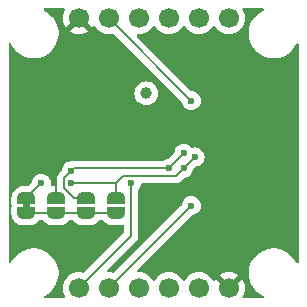
<source format=gbr>
%TF.GenerationSoftware,KiCad,Pcbnew,8.0.7*%
%TF.CreationDate,2025-02-08T23:44:29-05:00*%
%TF.ProjectId,QwiicUART-Board,51776969-6355-4415-9254-2d426f617264,0.0.2*%
%TF.SameCoordinates,PX853a720PY66f2fb0*%
%TF.FileFunction,Copper,L2,Bot*%
%TF.FilePolarity,Positive*%
%FSLAX46Y46*%
G04 Gerber Fmt 4.6, Leading zero omitted, Abs format (unit mm)*
G04 Created by KiCad (PCBNEW 8.0.7) date 2025-02-08 23:44:29*
%MOMM*%
%LPD*%
G01*
G04 APERTURE LIST*
G04 Aperture macros list*
%AMFreePoly0*
4,1,19,0.500000,-0.750000,0.000000,-0.750000,0.000000,-0.744911,-0.071157,-0.744911,-0.207708,-0.704816,-0.327430,-0.627875,-0.420627,-0.520320,-0.479746,-0.390866,-0.500000,-0.250000,-0.500000,0.250000,-0.479746,0.390866,-0.420627,0.520320,-0.327430,0.627875,-0.207708,0.704816,-0.071157,0.744911,0.000000,0.744911,0.000000,0.750000,0.500000,0.750000,0.500000,-0.750000,0.500000,-0.750000,
$1*%
%AMFreePoly1*
4,1,19,0.000000,0.744911,0.071157,0.744911,0.207708,0.704816,0.327430,0.627875,0.420627,0.520320,0.479746,0.390866,0.500000,0.250000,0.500000,-0.250000,0.479746,-0.390866,0.420627,-0.520320,0.327430,-0.627875,0.207708,-0.704816,0.071157,-0.744911,0.000000,-0.744911,0.000000,-0.750000,-0.500000,-0.750000,-0.500000,0.750000,0.000000,0.750000,0.000000,0.744911,0.000000,0.744911,
$1*%
G04 Aperture macros list end*
%TA.AperFunction,EtchedComponent*%
%ADD10C,0.000000*%
%TD*%
%TA.AperFunction,ComponentPad*%
%ADD11C,1.000000*%
%TD*%
%TA.AperFunction,ComponentPad*%
%ADD12C,1.700000*%
%TD*%
%TA.AperFunction,SMDPad,CuDef*%
%ADD13FreePoly0,270.000000*%
%TD*%
%TA.AperFunction,SMDPad,CuDef*%
%ADD14FreePoly1,270.000000*%
%TD*%
%TA.AperFunction,ViaPad*%
%ADD15C,0.600000*%
%TD*%
%TA.AperFunction,Conductor*%
%ADD16C,0.200000*%
%TD*%
G04 APERTURE END LIST*
D10*
%TA.AperFunction,EtchedComponent*%
%TO.C,JP1*%
G36*
X-10495000Y-4695000D02*
G01*
X-11095000Y-4695000D01*
X-11095000Y-4195000D01*
X-10495000Y-4195000D01*
X-10495000Y-4695000D01*
G37*
%TD.AperFunction*%
%TD*%
D11*
%TO.P,TP1,1,1*%
%TO.N,/CLK*%
X-635000Y5080000D03*
%TD*%
D12*
%TO.P,J4,1,Pin_1*%
%TO.N,GND*%
X6350000Y-11430000D03*
%TO.P,J4,2,Pin_2*%
%TO.N,+3.3V*%
X3810000Y-11430000D03*
%TO.P,J4,3,Pin_3*%
%TO.N,/SDA*%
X1270000Y-11430000D03*
%TO.P,J4,4,Pin_4*%
%TO.N,/SCL*%
X-1270000Y-11430000D03*
%TO.P,J4,5,Pin_5*%
%TO.N,/~{INT}*%
X-3810000Y-11430000D03*
%TO.P,J4,6,Pin_6*%
%TO.N,/~{RST}*%
X-6350000Y-11430000D03*
%TD*%
%TO.P,J3,1,Pin_1*%
%TO.N,GND*%
X-6350000Y11430000D03*
%TO.P,J3,2,Pin_2*%
%TO.N,/~{RTS}*%
X-3810000Y11430000D03*
%TO.P,J3,3,Pin_3*%
%TO.N,+3.3V*%
X-1270000Y11430000D03*
%TO.P,J3,4,Pin_4*%
%TO.N,/RX*%
X1270000Y11430000D03*
%TO.P,J3,5,Pin_5*%
%TO.N,/TX*%
X3810000Y11430000D03*
%TO.P,J3,6,Pin_6*%
%TO.N,/~{CTS}*%
X6350000Y11430000D03*
%TD*%
D13*
%TO.P,JP2,1,A*%
%TO.N,GND*%
X-8255000Y-3795000D03*
D14*
%TO.P,JP2,2,B*%
%TO.N,/A0*%
X-8255000Y-5095000D03*
%TD*%
D13*
%TO.P,JP3,1,A*%
%TO.N,/SCL*%
X-5715000Y-3795000D03*
D14*
%TO.P,JP3,2,B*%
%TO.N,/A0*%
X-5715000Y-5095000D03*
%TD*%
D13*
%TO.P,JP1,1,A*%
%TO.N,+3.3V*%
X-10795000Y-3795000D03*
D14*
%TO.P,JP1,2,B*%
%TO.N,/A0*%
X-10795000Y-5095000D03*
%TD*%
D13*
%TO.P,JP4,1,A*%
%TO.N,/SDA*%
X-3175000Y-3795000D03*
D14*
%TO.P,JP4,2,B*%
%TO.N,/A0*%
X-3175000Y-5095000D03*
%TD*%
D15*
%TO.N,GND*%
X5080000Y2540000D03*
X9525000Y-5715000D03*
X-6985000Y-6350000D03*
X-7620000Y3810000D03*
X635000Y-5080000D03*
X-635000Y-6350000D03*
X10795000Y-5715000D03*
X-6350000Y3810000D03*
X-4445000Y-6350000D03*
X-9525000Y-6350000D03*
X5080000Y3810000D03*
%TO.N,+3.3V*%
X-9525000Y-2540000D03*
%TO.N,/SDA*%
X3492500Y-317500D03*
X-6985000Y-2500000D03*
X2540000Y-1270000D03*
%TO.N,/SCL*%
X-6985000Y-1500000D03*
X1270000Y-1270000D03*
X2540000Y0D03*
%TO.N,/~{RTS}*%
X3175000Y4445000D03*
%TO.N,/~{RST}*%
X-1905000Y-2540000D03*
%TO.N,/~{INT}*%
X3175000Y-4445000D03*
%TO.N,/A0*%
X-3175000Y-5095000D03*
%TD*%
D16*
%TO.N,GND*%
X-8255000Y-3795000D02*
X-8255000Y-1270000D01*
%TO.N,+3.3V*%
X-10795000Y-3795000D02*
X-10780000Y-3795000D01*
X-10780000Y-3795000D02*
X-9525000Y-2540000D01*
%TO.N,/SDA*%
X1870000Y-1940000D02*
X2540000Y-1270000D01*
X-2615000Y-1940000D02*
X-3175000Y-2500000D01*
X-3175000Y-2500000D02*
X-3175000Y-3795000D01*
X1870000Y-1940000D02*
X-2615000Y-1940000D01*
X3492500Y-317500D02*
X2540000Y-1270000D01*
X-6985000Y-2500000D02*
X-3175000Y-2500000D01*
%TO.N,/SCL*%
X-6755000Y-1270000D02*
X1270000Y-1270000D01*
X-7585000Y-2100000D02*
X-7585000Y-2985000D01*
X2540000Y0D02*
X1270000Y-1270000D01*
X-6775000Y-3795000D02*
X-5715000Y-3795000D01*
X-6985000Y-1500000D02*
X-7585000Y-2100000D01*
X-7585000Y-2985000D02*
X-6775000Y-3795000D01*
X-6985000Y-1500000D02*
X-6755000Y-1270000D01*
%TO.N,/~{RTS}*%
X3175000Y4445000D02*
X-3810000Y11430000D01*
%TO.N,/~{RST}*%
X-1905000Y-6985000D02*
X-6350000Y-11430000D01*
X-1905000Y-2540000D02*
X-1905000Y-6985000D01*
%TO.N,/~{INT}*%
X3175000Y-4445000D02*
X-3810000Y-11430000D01*
%TO.N,/A0*%
X-5715000Y-5095000D02*
X-3175000Y-5095000D01*
X-10795000Y-5095000D02*
X-8255000Y-5095000D01*
X-8255000Y-5095000D02*
X-5715000Y-5095000D01*
%TD*%
%TA.AperFunction,Conductor*%
%TO.N,GND*%
G36*
X-7560378Y12279815D02*
G01*
X-7514623Y12227011D01*
X-7504679Y12157853D01*
X-7522377Y12113121D01*
X-7520894Y12112265D01*
X-7523601Y12107578D01*
X-7623430Y11893493D01*
X-7623434Y11893484D01*
X-7684568Y11665327D01*
X-7684570Y11665316D01*
X-7705157Y11430002D01*
X-7705157Y11430000D01*
X-7684570Y11194685D01*
X-7684568Y11194674D01*
X-7623434Y10966517D01*
X-7623430Y10966508D01*
X-7523602Y10752424D01*
X-7464927Y10668628D01*
X-6832963Y11300592D01*
X-6815925Y11237007D01*
X-6750099Y11122993D01*
X-6657007Y11029901D01*
X-6542993Y10964075D01*
X-6479409Y10947038D01*
X-7111374Y10315074D01*
X-7027583Y10256402D01*
X-7027579Y10256400D01*
X-6813493Y10156571D01*
X-6813484Y10156567D01*
X-6585327Y10095433D01*
X-6585316Y10095431D01*
X-6350002Y10074843D01*
X-6349998Y10074843D01*
X-6114685Y10095431D01*
X-6114674Y10095433D01*
X-5886517Y10156567D01*
X-5886508Y10156571D01*
X-5672420Y10256401D01*
X-5588629Y10315075D01*
X-6220592Y10947038D01*
X-6157007Y10964075D01*
X-6042993Y11029901D01*
X-5949901Y11122993D01*
X-5884075Y11237007D01*
X-5867038Y11300592D01*
X-5235075Y10668629D01*
X-5181880Y10744596D01*
X-5127303Y10788220D01*
X-5057804Y10795412D01*
X-4995450Y10763889D01*
X-4978732Y10744596D01*
X-4848495Y10558599D01*
X-4681401Y10391505D01*
X-4584616Y10323735D01*
X-4487835Y10255968D01*
X-4487833Y10255967D01*
X-4487830Y10255965D01*
X-4273663Y10156097D01*
X-4045408Y10094937D01*
X-3857082Y10078461D01*
X-3810001Y10074341D01*
X-3810000Y10074341D01*
X-3809999Y10074341D01*
X-3770766Y10077774D01*
X-3574592Y10094937D01*
X-3446243Y10129328D01*
X-3376394Y10127665D01*
X-3326469Y10097234D01*
X2344298Y4426466D01*
X2377783Y4365143D01*
X2379837Y4352669D01*
X2389630Y4265751D01*
X2449210Y4095479D01*
X2462292Y4074660D01*
X2545184Y3942738D01*
X2672738Y3815184D01*
X2825478Y3719211D01*
X2995745Y3659632D01*
X2995750Y3659631D01*
X3174996Y3639435D01*
X3175000Y3639435D01*
X3175004Y3639435D01*
X3354249Y3659631D01*
X3354252Y3659632D01*
X3354255Y3659632D01*
X3524522Y3719211D01*
X3677262Y3815184D01*
X3804816Y3942738D01*
X3900789Y4095478D01*
X3960368Y4265745D01*
X3970162Y4352669D01*
X3980565Y4444997D01*
X3980565Y4445004D01*
X3960369Y4624250D01*
X3960368Y4624255D01*
X3900788Y4794524D01*
X3804815Y4947263D01*
X3677262Y5074816D01*
X3524521Y5170790D01*
X3354249Y5230370D01*
X3267331Y5240163D01*
X3202917Y5267230D01*
X3193534Y5275702D01*
X-1396333Y9865569D01*
X-1429818Y9926892D01*
X-1424834Y9996584D01*
X-1382962Y10052517D01*
X-1317498Y10076934D01*
X-1297856Y10076779D01*
X-1270000Y10074341D01*
X-1034592Y10094937D01*
X-806337Y10156097D01*
X-592170Y10255965D01*
X-398599Y10391505D01*
X-231505Y10558599D01*
X-101575Y10744158D01*
X-46998Y10787783D01*
X22500Y10794977D01*
X84855Y10763454D01*
X101575Y10744158D01*
X231500Y10558605D01*
X231505Y10558599D01*
X398599Y10391505D01*
X495384Y10323735D01*
X592165Y10255968D01*
X592167Y10255967D01*
X592170Y10255965D01*
X806337Y10156097D01*
X1034592Y10094937D01*
X1222918Y10078461D01*
X1269999Y10074341D01*
X1270000Y10074341D01*
X1270001Y10074341D01*
X1309234Y10077774D01*
X1505408Y10094937D01*
X1733663Y10156097D01*
X1947830Y10255965D01*
X2141401Y10391505D01*
X2308495Y10558599D01*
X2438425Y10744158D01*
X2493002Y10787783D01*
X2562500Y10794977D01*
X2624855Y10763454D01*
X2641575Y10744158D01*
X2771500Y10558605D01*
X2771505Y10558599D01*
X2938599Y10391505D01*
X3035384Y10323735D01*
X3132165Y10255968D01*
X3132167Y10255967D01*
X3132170Y10255965D01*
X3346337Y10156097D01*
X3574592Y10094937D01*
X3762918Y10078461D01*
X3809999Y10074341D01*
X3810000Y10074341D01*
X3810001Y10074341D01*
X3849234Y10077774D01*
X4045408Y10094937D01*
X4273663Y10156097D01*
X4487830Y10255965D01*
X4681401Y10391505D01*
X4848495Y10558599D01*
X4978425Y10744158D01*
X5033002Y10787783D01*
X5102500Y10794977D01*
X5164855Y10763454D01*
X5181575Y10744158D01*
X5311500Y10558605D01*
X5311505Y10558599D01*
X5478599Y10391505D01*
X5575384Y10323735D01*
X5672165Y10255968D01*
X5672167Y10255967D01*
X5672170Y10255965D01*
X5886337Y10156097D01*
X6114592Y10094937D01*
X6302918Y10078461D01*
X6349999Y10074341D01*
X6350000Y10074341D01*
X6350001Y10074341D01*
X6389234Y10077774D01*
X6585408Y10094937D01*
X6813663Y10156097D01*
X7027830Y10255965D01*
X7221401Y10391505D01*
X7388495Y10558599D01*
X7524035Y10752170D01*
X7623903Y10966337D01*
X7685063Y11194592D01*
X7705659Y11430000D01*
X7685063Y11665408D01*
X7623903Y11893663D01*
X7524035Y12107829D01*
X7521329Y12112516D01*
X7523325Y12113669D01*
X7504126Y12170549D01*
X7521118Y12238321D01*
X7572053Y12286148D01*
X7628027Y12299500D01*
X9212949Y12299500D01*
X9279988Y12279815D01*
X9325743Y12227011D01*
X9335687Y12157853D01*
X9306662Y12094297D01*
X9260401Y12060939D01*
X9228987Y12047928D01*
X9228971Y12047920D01*
X8990516Y11910246D01*
X8772073Y11742630D01*
X8772066Y11742624D01*
X8577376Y11547934D01*
X8577370Y11547927D01*
X8409754Y11329484D01*
X8272080Y11091029D01*
X8272075Y11091018D01*
X8166704Y10836631D01*
X8095441Y10570669D01*
X8095438Y10570656D01*
X8059501Y10297685D01*
X8059500Y10297668D01*
X8059500Y10022333D01*
X8059501Y10022316D01*
X8095438Y9749345D01*
X8095439Y9749340D01*
X8095440Y9749334D01*
X8095441Y9749332D01*
X8166704Y9483370D01*
X8272075Y9228983D01*
X8272080Y9228972D01*
X8354861Y9085593D01*
X8409751Y8990521D01*
X8409753Y8990518D01*
X8409754Y8990517D01*
X8577370Y8772074D01*
X8577376Y8772067D01*
X8772066Y8577377D01*
X8772072Y8577372D01*
X8990521Y8409751D01*
X9143778Y8321268D01*
X9228971Y8272081D01*
X9228976Y8272079D01*
X9228979Y8272077D01*
X9483368Y8166705D01*
X9749334Y8095440D01*
X10022326Y8059500D01*
X10022333Y8059500D01*
X10297667Y8059500D01*
X10297674Y8059500D01*
X10570666Y8095440D01*
X10836632Y8166705D01*
X11091021Y8272077D01*
X11329479Y8409751D01*
X11547928Y8577372D01*
X11742628Y8772072D01*
X11910249Y8990521D01*
X12047923Y9228979D01*
X12047927Y9228988D01*
X12060939Y9260401D01*
X12104780Y9314805D01*
X12171074Y9336870D01*
X12238773Y9319591D01*
X12286384Y9268454D01*
X12299500Y9212949D01*
X12299500Y-9212948D01*
X12279815Y-9279987D01*
X12227011Y-9325742D01*
X12157853Y-9335686D01*
X12094297Y-9306661D01*
X12060939Y-9260402D01*
X12047924Y-9228982D01*
X12047923Y-9228979D01*
X12047920Y-9228975D01*
X12047919Y-9228971D01*
X11998732Y-9143778D01*
X11910249Y-8990521D01*
X11742628Y-8772072D01*
X11742623Y-8772066D01*
X11547933Y-8577376D01*
X11547926Y-8577370D01*
X11329483Y-8409754D01*
X11329482Y-8409753D01*
X11329479Y-8409751D01*
X11234407Y-8354861D01*
X11091028Y-8272080D01*
X11091017Y-8272075D01*
X10836630Y-8166704D01*
X10703649Y-8131072D01*
X10570666Y-8095440D01*
X10570660Y-8095439D01*
X10570655Y-8095438D01*
X10297684Y-8059501D01*
X10297679Y-8059500D01*
X10297674Y-8059500D01*
X10022326Y-8059500D01*
X10022320Y-8059500D01*
X10022315Y-8059501D01*
X9749344Y-8095438D01*
X9749337Y-8095439D01*
X9749334Y-8095440D01*
X9693125Y-8110500D01*
X9483369Y-8166704D01*
X9228982Y-8272075D01*
X9228971Y-8272080D01*
X8990516Y-8409754D01*
X8772073Y-8577370D01*
X8772066Y-8577376D01*
X8577376Y-8772066D01*
X8577370Y-8772073D01*
X8409754Y-8990516D01*
X8272080Y-9228971D01*
X8272075Y-9228982D01*
X8166704Y-9483369D01*
X8095441Y-9749331D01*
X8095438Y-9749344D01*
X8059501Y-10022315D01*
X8059500Y-10022332D01*
X8059500Y-10297667D01*
X8059501Y-10297684D01*
X8095438Y-10570655D01*
X8095439Y-10570660D01*
X8095440Y-10570666D01*
X8131072Y-10703649D01*
X8166704Y-10836630D01*
X8272075Y-11091017D01*
X8272080Y-11091028D01*
X8331927Y-11194684D01*
X8409751Y-11329479D01*
X8409753Y-11329482D01*
X8409754Y-11329483D01*
X8577370Y-11547926D01*
X8577376Y-11547933D01*
X8772066Y-11742623D01*
X8772072Y-11742628D01*
X8990521Y-11910249D01*
X9143778Y-11998732D01*
X9228971Y-12047919D01*
X9228987Y-12047927D01*
X9260401Y-12060939D01*
X9314805Y-12104780D01*
X9336870Y-12171074D01*
X9319591Y-12238773D01*
X9268454Y-12286384D01*
X9212949Y-12299500D01*
X7627417Y-12299500D01*
X7560378Y-12279815D01*
X7514623Y-12227011D01*
X7504679Y-12157853D01*
X7522381Y-12113131D01*
X7520891Y-12112271D01*
X7523599Y-12107579D01*
X7623429Y-11893492D01*
X7623433Y-11893483D01*
X7684567Y-11665326D01*
X7684569Y-11665315D01*
X7705157Y-11430000D01*
X7705157Y-11429998D01*
X7684569Y-11194684D01*
X7684567Y-11194673D01*
X7623433Y-10966516D01*
X7623429Y-10966507D01*
X7523601Y-10752424D01*
X7464925Y-10668626D01*
X6832962Y-11300589D01*
X6815925Y-11237007D01*
X6750099Y-11122993D01*
X6657007Y-11029901D01*
X6542993Y-10964075D01*
X6479409Y-10947037D01*
X7111372Y-10315073D01*
X7027576Y-10256398D01*
X6813492Y-10156570D01*
X6813483Y-10156566D01*
X6585326Y-10095432D01*
X6585315Y-10095430D01*
X6350002Y-10074843D01*
X6349998Y-10074843D01*
X6114684Y-10095430D01*
X6114673Y-10095432D01*
X5886516Y-10156566D01*
X5886507Y-10156570D01*
X5672423Y-10256399D01*
X5672421Y-10256400D01*
X5588627Y-10315073D01*
X5588626Y-10315073D01*
X6220591Y-10947037D01*
X6157007Y-10964075D01*
X6042993Y-11029901D01*
X5949901Y-11122993D01*
X5884075Y-11237007D01*
X5867037Y-11300590D01*
X5235073Y-10668626D01*
X5235072Y-10668627D01*
X5181880Y-10744595D01*
X5127303Y-10788220D01*
X5057805Y-10795414D01*
X4995450Y-10763891D01*
X4978730Y-10744595D01*
X4848494Y-10558597D01*
X4681402Y-10391506D01*
X4681395Y-10391501D01*
X4487834Y-10255967D01*
X4487830Y-10255965D01*
X4487828Y-10255964D01*
X4273663Y-10156097D01*
X4273659Y-10156096D01*
X4273655Y-10156094D01*
X4045413Y-10094938D01*
X4045403Y-10094936D01*
X3810001Y-10074341D01*
X3809999Y-10074341D01*
X3574596Y-10094936D01*
X3574586Y-10094938D01*
X3346344Y-10156094D01*
X3346335Y-10156098D01*
X3132171Y-10255964D01*
X3132169Y-10255965D01*
X2938597Y-10391505D01*
X2771505Y-10558597D01*
X2641575Y-10744158D01*
X2586998Y-10787783D01*
X2517500Y-10794977D01*
X2455145Y-10763454D01*
X2438425Y-10744158D01*
X2308494Y-10558597D01*
X2141402Y-10391506D01*
X2141395Y-10391501D01*
X1947834Y-10255967D01*
X1947830Y-10255965D01*
X1947828Y-10255964D01*
X1733663Y-10156097D01*
X1733659Y-10156096D01*
X1733655Y-10156094D01*
X1505413Y-10094938D01*
X1505403Y-10094936D01*
X1270001Y-10074341D01*
X1269999Y-10074341D01*
X1034596Y-10094936D01*
X1034586Y-10094938D01*
X806344Y-10156094D01*
X806335Y-10156098D01*
X592171Y-10255964D01*
X592169Y-10255965D01*
X398597Y-10391505D01*
X231505Y-10558597D01*
X101575Y-10744158D01*
X46998Y-10787783D01*
X-22500Y-10794977D01*
X-84855Y-10763454D01*
X-101575Y-10744158D01*
X-231506Y-10558597D01*
X-398598Y-10391506D01*
X-398605Y-10391501D01*
X-592166Y-10255967D01*
X-592170Y-10255965D01*
X-592172Y-10255964D01*
X-806337Y-10156097D01*
X-806341Y-10156096D01*
X-806345Y-10156094D01*
X-1034587Y-10094938D01*
X-1034597Y-10094936D01*
X-1269999Y-10074341D01*
X-1270002Y-10074341D01*
X-1297847Y-10076777D01*
X-1366347Y-10063010D01*
X-1416530Y-10014395D01*
X-1432463Y-9946366D01*
X-1409087Y-9880523D01*
X-1396342Y-9865575D01*
X3193536Y-5275698D01*
X3254857Y-5242215D01*
X3267310Y-5240163D01*
X3354255Y-5230368D01*
X3524522Y-5170789D01*
X3677262Y-5074816D01*
X3804816Y-4947262D01*
X3900789Y-4794522D01*
X3960368Y-4624255D01*
X3960369Y-4624249D01*
X3980565Y-4445003D01*
X3980565Y-4444996D01*
X3960369Y-4265750D01*
X3960368Y-4265745D01*
X3921546Y-4154798D01*
X3900789Y-4095478D01*
X3804816Y-3942738D01*
X3677262Y-3815184D01*
X3524523Y-3719211D01*
X3354254Y-3659631D01*
X3354249Y-3659630D01*
X3175004Y-3639435D01*
X3174996Y-3639435D01*
X2995750Y-3659630D01*
X2995745Y-3659631D01*
X2825476Y-3719211D01*
X2672737Y-3815184D01*
X2545184Y-3942737D01*
X2449210Y-4095478D01*
X2389630Y-4265750D01*
X2379837Y-4352667D01*
X2352770Y-4417081D01*
X2344298Y-4426464D01*
X-3326470Y-10097233D01*
X-3387793Y-10130718D01*
X-3446244Y-10129327D01*
X-3574587Y-10094938D01*
X-3574597Y-10094936D01*
X-3809999Y-10074341D01*
X-3810002Y-10074341D01*
X-3837847Y-10076777D01*
X-3906347Y-10063010D01*
X-3956530Y-10014395D01*
X-3972463Y-9946366D01*
X-3949087Y-9880523D01*
X-3936341Y-9865574D01*
X-1536287Y-7465521D01*
X-1536284Y-7465520D01*
X-1424480Y-7353716D01*
X-1374361Y-7266904D01*
X-1345423Y-7216785D01*
X-1304500Y-7064058D01*
X-1304500Y-6905943D01*
X-1304500Y-3122412D01*
X-1284815Y-3055373D01*
X-1277445Y-3045097D01*
X-1275190Y-3042267D01*
X-1275184Y-3042262D01*
X-1179211Y-2889522D01*
X-1119632Y-2719255D01*
X-1114011Y-2669373D01*
X-1111898Y-2650617D01*
X-1084832Y-2586203D01*
X-1027237Y-2546648D01*
X-988678Y-2540500D01*
X1783331Y-2540500D01*
X1783347Y-2540501D01*
X1790943Y-2540501D01*
X1949054Y-2540501D01*
X1949057Y-2540501D01*
X2101785Y-2499577D01*
X2155237Y-2468716D01*
X2238716Y-2420520D01*
X2350520Y-2308716D01*
X2350520Y-2308714D01*
X2360724Y-2298511D01*
X2360728Y-2298506D01*
X2558535Y-2100698D01*
X2619856Y-2067215D01*
X2632311Y-2065163D01*
X2719255Y-2055368D01*
X2889522Y-1995789D01*
X3042262Y-1899816D01*
X3169816Y-1772262D01*
X3265789Y-1619522D01*
X3325368Y-1449255D01*
X3335161Y-1362329D01*
X3362226Y-1297918D01*
X3370690Y-1288543D01*
X3511035Y-1148198D01*
X3572356Y-1114715D01*
X3584811Y-1112663D01*
X3671755Y-1102868D01*
X3842022Y-1043289D01*
X3994762Y-947316D01*
X4122316Y-819762D01*
X4218289Y-667022D01*
X4277868Y-496755D01*
X4298065Y-317500D01*
X4277868Y-138245D01*
X4218289Y32022D01*
X4122316Y184762D01*
X3994762Y312316D01*
X3935549Y349522D01*
X3842023Y408289D01*
X3671754Y467869D01*
X3671749Y467870D01*
X3492504Y488065D01*
X3492496Y488065D01*
X3313246Y467869D01*
X3305593Y465191D01*
X3235814Y461632D01*
X3175188Y496362D01*
X3171477Y500601D01*
X3042262Y629816D01*
X2889523Y725789D01*
X2719254Y785369D01*
X2719249Y785370D01*
X2540004Y805565D01*
X2539996Y805565D01*
X2360750Y785370D01*
X2360745Y785369D01*
X2190476Y725789D01*
X2037737Y629816D01*
X1910184Y502263D01*
X1814210Y349522D01*
X1754630Y179250D01*
X1744837Y92332D01*
X1717770Y27918D01*
X1709298Y18535D01*
X1251465Y-439298D01*
X1190142Y-472783D01*
X1177668Y-474837D01*
X1090750Y-484630D01*
X920478Y-544210D01*
X767736Y-640185D01*
X764903Y-642445D01*
X762724Y-643334D01*
X761842Y-643889D01*
X761744Y-643734D01*
X700217Y-668855D01*
X687588Y-669500D01*
X-6834059Y-669500D01*
X-6921592Y-692954D01*
X-6967568Y-696399D01*
X-6984998Y-694435D01*
X-6985004Y-694435D01*
X-7164250Y-714630D01*
X-7164255Y-714631D01*
X-7334524Y-774211D01*
X-7487263Y-870184D01*
X-7614816Y-997737D01*
X-7710790Y-1150478D01*
X-7770370Y-1320750D01*
X-7780163Y-1407668D01*
X-7807230Y-1472082D01*
X-7815701Y-1481465D01*
X-7953714Y-1619478D01*
X-8065519Y-1731282D01*
X-8065523Y-1731287D01*
X-8107804Y-1804522D01*
X-8144576Y-1868211D01*
X-8144577Y-1868212D01*
X-8153045Y-1899816D01*
X-8185501Y-2020943D01*
X-8185501Y-2020945D01*
X-8185501Y-2189046D01*
X-8185500Y-2189059D01*
X-8185500Y-2666000D01*
X-8205185Y-2733039D01*
X-8257989Y-2778794D01*
X-8309500Y-2790000D01*
X-8428703Y-2790000D01*
X-8428759Y-2789998D01*
X-8576874Y-2789998D01*
X-8591583Y-2792113D01*
X-8660741Y-2782169D01*
X-8713544Y-2736413D01*
X-8733228Y-2669373D01*
X-8732448Y-2655491D01*
X-8731898Y-2650617D01*
X-8719435Y-2540000D01*
X-8722581Y-2512082D01*
X-8739631Y-2360750D01*
X-8739632Y-2360745D01*
X-8799212Y-2190476D01*
X-8855622Y-2100700D01*
X-8895184Y-2037738D01*
X-9022738Y-1910184D01*
X-9175477Y-1814211D01*
X-9345746Y-1754631D01*
X-9345751Y-1754630D01*
X-9524996Y-1734435D01*
X-9525004Y-1734435D01*
X-9704250Y-1754630D01*
X-9704255Y-1754631D01*
X-9874524Y-1814211D01*
X-10027263Y-1910184D01*
X-10154816Y-2037737D01*
X-10250790Y-2190478D01*
X-10310370Y-2360750D01*
X-10320163Y-2447668D01*
X-10347230Y-2512082D01*
X-10355701Y-2521465D01*
X-10587418Y-2753182D01*
X-10648738Y-2786666D01*
X-10675097Y-2789500D01*
X-11060573Y-2789500D01*
X-11060601Y-2789503D01*
X-11116941Y-2789503D01*
X-11250479Y-2808703D01*
X-11250481Y-2808703D01*
X-11259256Y-2809964D01*
X-11397314Y-2850503D01*
X-11528082Y-2910223D01*
X-11528092Y-2910228D01*
X-11528094Y-2910230D01*
X-11561747Y-2931857D01*
X-11649133Y-2988015D01*
X-11649137Y-2988018D01*
X-11757774Y-3082152D01*
X-11757793Y-3082169D01*
X-11757794Y-3082171D01*
X-11852015Y-3190909D01*
X-11852017Y-3190911D01*
X-11852017Y-3190912D01*
X-11852019Y-3190915D01*
X-11929745Y-3311857D01*
X-11929748Y-3311863D01*
X-11989517Y-3442741D01*
X-12030023Y-3580691D01*
X-12030026Y-3580703D01*
X-12050500Y-3723110D01*
X-12050500Y-4295002D01*
X-12045356Y-4366939D01*
X-12034397Y-4404262D01*
X-12030637Y-4456841D01*
X-12050500Y-4594998D01*
X-12050500Y-5166889D01*
X-12030026Y-5309296D01*
X-12030023Y-5309308D01*
X-11989517Y-5447258D01*
X-11929748Y-5578136D01*
X-11929747Y-5578138D01*
X-11855624Y-5693476D01*
X-11854804Y-5694917D01*
X-11852012Y-5699098D01*
X-11757793Y-5807830D01*
X-11757790Y-5807833D01*
X-11649136Y-5901981D01*
X-11649133Y-5901984D01*
X-11649131Y-5901985D01*
X-11649130Y-5901986D01*
X-11528094Y-5979770D01*
X-11528086Y-5979774D01*
X-11528077Y-5979779D01*
X-11403358Y-6036736D01*
X-11399059Y-6038985D01*
X-11397308Y-6039499D01*
X-11259256Y-6080035D01*
X-11259255Y-6080035D01*
X-11259252Y-6080036D01*
X-11216817Y-6086136D01*
X-11116941Y-6100497D01*
X-11060601Y-6100497D01*
X-11060591Y-6100500D01*
X-11009236Y-6100500D01*
X-10529427Y-6100500D01*
X-10529399Y-6100497D01*
X-10473060Y-6100497D01*
X-10473059Y-6100497D01*
X-10339521Y-6081297D01*
X-10339519Y-6081297D01*
X-10333388Y-6080415D01*
X-10330744Y-6080035D01*
X-10330743Y-6080035D01*
X-10192691Y-6039498D01*
X-10061906Y-5979770D01*
X-9940870Y-5901986D01*
X-9832209Y-5807832D01*
X-9832206Y-5807829D01*
X-9804329Y-5775656D01*
X-9771957Y-5738298D01*
X-9713179Y-5700523D01*
X-9678244Y-5695500D01*
X-9371757Y-5695500D01*
X-9304718Y-5715185D01*
X-9278045Y-5738296D01*
X-9217791Y-5807832D01*
X-9136211Y-5878521D01*
X-9109136Y-5901981D01*
X-9109133Y-5901984D01*
X-9109131Y-5901985D01*
X-9109130Y-5901986D01*
X-8988094Y-5979770D01*
X-8988086Y-5979774D01*
X-8988077Y-5979779D01*
X-8863358Y-6036736D01*
X-8859059Y-6038985D01*
X-8857308Y-6039499D01*
X-8719256Y-6080035D01*
X-8719255Y-6080035D01*
X-8719252Y-6080036D01*
X-8676817Y-6086136D01*
X-8576941Y-6100497D01*
X-8520601Y-6100497D01*
X-8520591Y-6100500D01*
X-8469236Y-6100500D01*
X-7989427Y-6100500D01*
X-7989399Y-6100497D01*
X-7933060Y-6100497D01*
X-7933059Y-6100497D01*
X-7799521Y-6081297D01*
X-7799519Y-6081297D01*
X-7793388Y-6080415D01*
X-7790744Y-6080035D01*
X-7790743Y-6080035D01*
X-7652691Y-6039498D01*
X-7521906Y-5979770D01*
X-7400870Y-5901986D01*
X-7292209Y-5807832D01*
X-7292206Y-5807829D01*
X-7264329Y-5775656D01*
X-7231957Y-5738298D01*
X-7173179Y-5700523D01*
X-7138244Y-5695500D01*
X-6831757Y-5695500D01*
X-6764718Y-5715185D01*
X-6738045Y-5738296D01*
X-6677791Y-5807832D01*
X-6596211Y-5878521D01*
X-6569136Y-5901981D01*
X-6569133Y-5901984D01*
X-6569131Y-5901985D01*
X-6569130Y-5901986D01*
X-6448094Y-5979770D01*
X-6448086Y-5979774D01*
X-6448077Y-5979779D01*
X-6323358Y-6036736D01*
X-6319059Y-6038985D01*
X-6317308Y-6039499D01*
X-6179256Y-6080035D01*
X-6179255Y-6080035D01*
X-6179252Y-6080036D01*
X-6136817Y-6086136D01*
X-6036941Y-6100497D01*
X-5980601Y-6100497D01*
X-5980591Y-6100500D01*
X-5929236Y-6100500D01*
X-5449427Y-6100500D01*
X-5449399Y-6100497D01*
X-5393060Y-6100497D01*
X-5393059Y-6100497D01*
X-5259521Y-6081297D01*
X-5259519Y-6081297D01*
X-5253388Y-6080415D01*
X-5250744Y-6080035D01*
X-5250743Y-6080035D01*
X-5112691Y-6039498D01*
X-4981906Y-5979770D01*
X-4860870Y-5901986D01*
X-4752209Y-5807832D01*
X-4752206Y-5807829D01*
X-4724329Y-5775656D01*
X-4691957Y-5738298D01*
X-4633179Y-5700523D01*
X-4598244Y-5695500D01*
X-4291757Y-5695500D01*
X-4224718Y-5715185D01*
X-4198045Y-5738296D01*
X-4137791Y-5807832D01*
X-4056211Y-5878521D01*
X-4029136Y-5901981D01*
X-4029133Y-5901984D01*
X-4029131Y-5901985D01*
X-4029130Y-5901986D01*
X-3908094Y-5979770D01*
X-3908086Y-5979774D01*
X-3908077Y-5979779D01*
X-3783358Y-6036736D01*
X-3779059Y-6038985D01*
X-3777308Y-6039499D01*
X-3639256Y-6080035D01*
X-3639255Y-6080035D01*
X-3639252Y-6080036D01*
X-3596817Y-6086136D01*
X-3496941Y-6100497D01*
X-3440601Y-6100497D01*
X-3440591Y-6100500D01*
X-3389236Y-6100500D01*
X-2909427Y-6100500D01*
X-2909399Y-6100497D01*
X-2853060Y-6100497D01*
X-2853059Y-6100497D01*
X-2719521Y-6081297D01*
X-2719519Y-6081297D01*
X-2716274Y-6080829D01*
X-2710744Y-6080035D01*
X-2710743Y-6080035D01*
X-2664437Y-6066438D01*
X-2594568Y-6066436D01*
X-2535789Y-6104209D01*
X-2506763Y-6167764D01*
X-2505500Y-6185414D01*
X-2505500Y-6684902D01*
X-2525185Y-6751941D01*
X-2541819Y-6772583D01*
X-5866470Y-10097233D01*
X-5927793Y-10130718D01*
X-5986244Y-10129327D01*
X-6114587Y-10094938D01*
X-6114597Y-10094936D01*
X-6349999Y-10074341D01*
X-6350001Y-10074341D01*
X-6585404Y-10094936D01*
X-6585414Y-10094938D01*
X-6813656Y-10156094D01*
X-6813665Y-10156098D01*
X-7027829Y-10255964D01*
X-7027831Y-10255965D01*
X-7221403Y-10391505D01*
X-7388495Y-10558597D01*
X-7524035Y-10752169D01*
X-7524036Y-10752171D01*
X-7623902Y-10966335D01*
X-7623906Y-10966344D01*
X-7685062Y-11194586D01*
X-7685064Y-11194596D01*
X-7705659Y-11429999D01*
X-7705659Y-11430000D01*
X-7685064Y-11665403D01*
X-7685062Y-11665413D01*
X-7623906Y-11893655D01*
X-7623904Y-11893659D01*
X-7623903Y-11893663D01*
X-7551972Y-12047919D01*
X-7524035Y-12107830D01*
X-7521326Y-12112522D01*
X-7523320Y-12113673D01*
X-7504126Y-12170574D01*
X-7521132Y-12238343D01*
X-7572077Y-12286159D01*
X-7628028Y-12299500D01*
X-9212949Y-12299500D01*
X-9279988Y-12279815D01*
X-9325743Y-12227011D01*
X-9335687Y-12157853D01*
X-9306662Y-12094297D01*
X-9260401Y-12060939D01*
X-9228988Y-12047927D01*
X-9228985Y-12047925D01*
X-9228979Y-12047923D01*
X-8990521Y-11910249D01*
X-8772072Y-11742628D01*
X-8577372Y-11547928D01*
X-8409751Y-11329479D01*
X-8272077Y-11091021D01*
X-8166705Y-10836632D01*
X-8095440Y-10570666D01*
X-8059500Y-10297674D01*
X-8059500Y-10022326D01*
X-8095440Y-9749334D01*
X-8166705Y-9483368D01*
X-8272077Y-9228979D01*
X-8272079Y-9228976D01*
X-8272081Y-9228971D01*
X-8321268Y-9143778D01*
X-8409751Y-8990521D01*
X-8577372Y-8772072D01*
X-8577377Y-8772066D01*
X-8772067Y-8577376D01*
X-8772074Y-8577370D01*
X-8990517Y-8409754D01*
X-8990518Y-8409753D01*
X-8990521Y-8409751D01*
X-9085593Y-8354861D01*
X-9228972Y-8272080D01*
X-9228983Y-8272075D01*
X-9483370Y-8166704D01*
X-9616351Y-8131072D01*
X-9749334Y-8095440D01*
X-9749340Y-8095439D01*
X-9749345Y-8095438D01*
X-10022316Y-8059501D01*
X-10022321Y-8059500D01*
X-10022326Y-8059500D01*
X-10297674Y-8059500D01*
X-10297680Y-8059500D01*
X-10297685Y-8059501D01*
X-10570656Y-8095438D01*
X-10570663Y-8095439D01*
X-10570666Y-8095440D01*
X-10626875Y-8110500D01*
X-10836631Y-8166704D01*
X-11091018Y-8272075D01*
X-11091029Y-8272080D01*
X-11329484Y-8409754D01*
X-11547927Y-8577370D01*
X-11547934Y-8577376D01*
X-11742624Y-8772066D01*
X-11742630Y-8772073D01*
X-11910246Y-8990516D01*
X-12047920Y-9228971D01*
X-12047923Y-9228978D01*
X-12060939Y-9260402D01*
X-12104781Y-9314805D01*
X-12171075Y-9336869D01*
X-12238774Y-9319589D01*
X-12286384Y-9268452D01*
X-12299500Y-9212948D01*
X-12299500Y5080000D01*
X-1640341Y5080000D01*
X-1621025Y4883871D01*
X-1563812Y4695267D01*
X-1470914Y4521468D01*
X-1470910Y4521461D01*
X-1345884Y4369117D01*
X-1193540Y4244091D01*
X-1193533Y4244087D01*
X-1019734Y4151189D01*
X-1019731Y4151189D01*
X-1019727Y4151186D01*
X-831132Y4093976D01*
X-635000Y4074659D01*
X-438868Y4093976D01*
X-250273Y4151186D01*
X-76462Y4244090D01*
X75883Y4369117D01*
X200910Y4521462D01*
X293814Y4695273D01*
X351024Y4883868D01*
X370341Y5080000D01*
X351024Y5276132D01*
X293814Y5464727D01*
X293811Y5464731D01*
X293811Y5464734D01*
X200913Y5638533D01*
X200909Y5638540D01*
X75883Y5790884D01*
X-76461Y5915910D01*
X-76468Y5915914D01*
X-250267Y6008812D01*
X-250273Y6008814D01*
X-438868Y6066024D01*
X-438871Y6066025D01*
X-635000Y6085341D01*
X-831130Y6066025D01*
X-1019734Y6008812D01*
X-1193533Y5915914D01*
X-1193540Y5915910D01*
X-1345884Y5790884D01*
X-1470910Y5638540D01*
X-1470914Y5638533D01*
X-1563812Y5464734D01*
X-1621025Y5276130D01*
X-1640341Y5080000D01*
X-12299500Y5080000D01*
X-12299500Y9212949D01*
X-12279815Y9279988D01*
X-12227011Y9325743D01*
X-12157853Y9335687D01*
X-12094297Y9306662D01*
X-12060939Y9260401D01*
X-12047928Y9228988D01*
X-12047920Y9228972D01*
X-11965139Y9085593D01*
X-11910249Y8990521D01*
X-11910247Y8990518D01*
X-11910246Y8990517D01*
X-11742630Y8772074D01*
X-11742624Y8772067D01*
X-11547934Y8577377D01*
X-11547928Y8577372D01*
X-11329479Y8409751D01*
X-11176222Y8321268D01*
X-11091029Y8272081D01*
X-11091024Y8272079D01*
X-11091021Y8272077D01*
X-10836632Y8166705D01*
X-10570666Y8095440D01*
X-10297674Y8059500D01*
X-10297667Y8059500D01*
X-10022333Y8059500D01*
X-10022326Y8059500D01*
X-9749334Y8095440D01*
X-9483368Y8166705D01*
X-9228979Y8272077D01*
X-8990521Y8409751D01*
X-8772072Y8577372D01*
X-8577372Y8772072D01*
X-8409751Y8990521D01*
X-8272077Y9228979D01*
X-8166705Y9483368D01*
X-8095440Y9749334D01*
X-8059500Y10022326D01*
X-8059500Y10297674D01*
X-8095440Y10570666D01*
X-8166705Y10836632D01*
X-8272077Y11091021D01*
X-8272079Y11091024D01*
X-8272081Y11091029D01*
X-8331928Y11194685D01*
X-8409751Y11329479D01*
X-8537393Y11495826D01*
X-8577371Y11547927D01*
X-8577377Y11547934D01*
X-8772067Y11742624D01*
X-8772074Y11742630D01*
X-8990517Y11910246D01*
X-8990518Y11910247D01*
X-8990521Y11910249D01*
X-9085593Y11965139D01*
X-9228972Y12047920D01*
X-9228988Y12047928D01*
X-9260401Y12060939D01*
X-9314805Y12104780D01*
X-9336870Y12171074D01*
X-9319591Y12238773D01*
X-9268454Y12286384D01*
X-9212949Y12299500D01*
X-7627417Y12299500D01*
X-7560378Y12279815D01*
G37*
%TD.AperFunction*%
%TD*%
M02*

</source>
